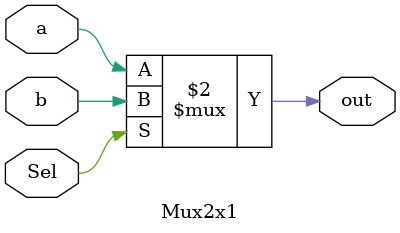
<source format=v>
module Mux2x1 (
    input wire Sel, 
    input wire  a,
    input wire  b,
    output wire out
);
    assign out = (Sel ==0 ?a:b);
endmodule
</source>
